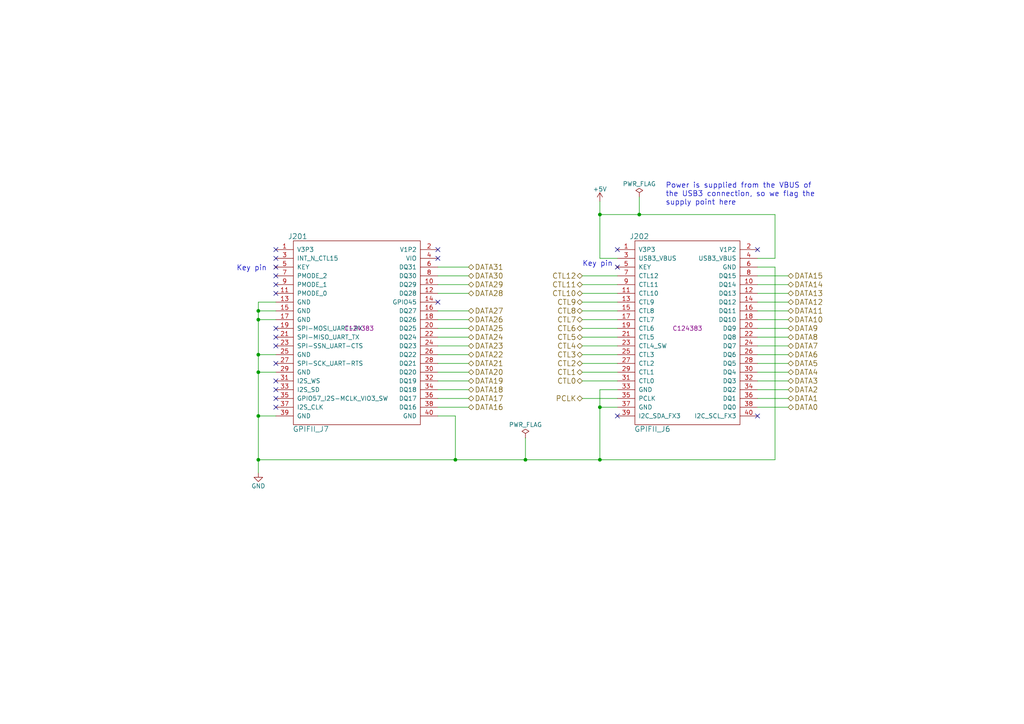
<source format=kicad_sch>
(kicad_sch (version 20250114) (generator "eeschema") (generator_version "9.0")
  (paper "A4")
  (title_block (title "Domesday Duplicator - Cypress Superspeed Interface") (date "2018-06-19") (rev "3.0.1") (company "https://www.domesday86.com") (comment 1 "(c)2018 Simon Inns") (comment 2 "License: Attribution-ShareAlike 4.0 International (CC BY-SA 4.0)"))
  (lib_symbols
    (symbol "+5V_1" (power) (pin_names (offset 0))
      (property "Value" "+5V" (at 0 3.556 0))
      (symbol "+5V_1_0_1"
        (polyline (pts (xy -0.762 1.27) (xy 0 2.54)))
        (polyline (pts (xy 0 2.54) (xy 0.762 1.27)))
        (polyline (pts (xy 0 0) (xy 0 2.54)))
      )
      (symbol "+5V_1_1_1"
        (pin power_in line (at 0 0 90) (length 0) (hide yes) (name "+5V") (number "1"))
      )
    )
    (symbol "+5V_2" (power) (pin_names (offset 0))
      (property "Value" "+5V" (at 0 3.556 0))
      (symbol "+5V_2_0_1"
        (polyline (pts (xy -0.762 1.27) (xy 0 2.54)))
        (polyline (pts (xy 0 2.54) (xy 0.762 1.27)))
        (polyline (pts (xy 0 0) (xy 0 2.54)))
      )
      (symbol "+5V_2_1_1"
        (pin power_in line (at 0 0 90) (length 0) (hide yes) (name "+5V") (number "1"))
      )
    )
    (symbol "GND_1" (power) (pin_names (offset 0))
      (property "Value" "GND" (at 0 -3.81 0))
      (symbol "GND_1_0_1"
        (polyline (pts (xy 0 0) (xy 0 -1.27) (xy 1.27 -1.27) (xy 0 -2.54) (xy -1.27 -1.27) (xy 0 -1.27)))
      )
      (symbol "GND_1_1_1"
        (pin power_in line (at 0 0 270) (length 0) (hide yes) (name "GND") (number "1"))
      )
    )
    (symbol "GND_2" (power) (pin_names (offset 0))
      (property "Value" "GND" (at 0 -3.81 0))
      (symbol "GND_2_0_1"
        (polyline (pts (xy 0 0) (xy 0 -1.27) (xy 1.27 -1.27) (xy 0 -2.54) (xy -1.27 -1.27) (xy 0 -1.27)))
      )
      (symbol "GND_2_1_1"
        (pin power_in line (at 0 0 270) (length 0) (hide yes) (name "GND") (number "1"))
      )
    )
    (symbol "PWR_FLAG_1" (power) (pin_numbers (hide yes)) (pin_names (offset 0) (hide yes))
      (property "Value" "PWR_FLAG" (at 0 3.81 0))
      (symbol "PWR_FLAG_1_0_0"
        (pin power_out line (at 0 0 90) (length 0) (name "pwr") (number "1"))
      )
      (symbol "PWR_FLAG_1_0_1"
        (polyline (pts (xy 0 0) (xy 0 1.27) (xy -1.016 1.905) (xy 0 2.54) (xy 1.016 1.905) (xy 0 1.27)))
      )
    )
    (symbol "PWR_FLAG_2" (power) (pin_numbers (hide yes)) (pin_names (offset 0) (hide yes))
      (property "Value" "PWR_FLAG" (at 0 3.81 0))
      (symbol "PWR_FLAG_2_0_0"
        (pin power_out line (at 0 0 90) (length 0) (name "pwr") (number "1"))
      )
      (symbol "PWR_FLAG_2_0_1"
        (polyline (pts (xy 0 0) (xy 0 1.27) (xy -1.016 1.905) (xy 0 2.54) (xy 1.016 1.905) (xy 0 1.27)))
      )
    )
    (symbol "PWR_FLAG_3" (power) (pin_numbers (hide yes)) (pin_names (offset 0) (hide yes))
      (property "Value" "PWR_FLAG" (at 0 3.81 0))
      (symbol "PWR_FLAG_3_0_0"
        (pin power_out line (at 0 0 90) (length 0) (name "pwr") (number "1"))
      )
      (symbol "PWR_FLAG_3_0_1"
        (polyline (pts (xy 0 0) (xy 0 1.27) (xy -1.016 1.905) (xy 0 2.54) (xy 1.016 1.905) (xy 0 1.27)))
      )
    )
    (symbol "PWR_FLAG_4" (power) (pin_numbers (hide yes)) (pin_names (offset 0) (hide yes))
      (property "Value" "PWR_FLAG" (at 0 3.81 0))
      (symbol "PWR_FLAG_4_0_0"
        (pin power_out line (at 0 0 90) (length 0) (name "pwr") (number "1"))
      )
      (symbol "PWR_FLAG_4_0_1"
        (polyline (pts (xy 0 0) (xy 0 1.27) (xy -1.016 1.905) (xy 0 2.54) (xy 1.016 1.905) (xy 0 1.27)))
      )
    )
    (symbol "gpifii_j6:GPIFII_J6" (pin_names (offset 1.016))
      (property "Reference" "J" (at -13.97 26.67 0))
      (property "Value" "GPIFII_J6" (at -10.16 -29.21 0))
      (symbol "GPIFII_J6_0_1"
        (rectangle (start -15.24 25.4) (end 15.24 -27.94))
      )
      (symbol "GPIFII_J6_1_1"
        (pin power_in line (at -20.32 22.86 0) (length 5.08) (name "V3P3") (number "1"))
        (pin power_in line (at -20.32 20.32 0) (length 5.08) (name "USB3_VBUS") (number "3"))
        (pin no_connect line (at -20.32 17.78 0) (length 5.08) (name "KEY") (number "5"))
        (pin bidirectional line (at -20.32 15.24 0) (length 5.08) (name "CTL12") (number "7"))
        (pin bidirectional line (at -20.32 12.7 0) (length 5.08) (name "CTL11") (number "9"))
        (pin bidirectional line (at -20.32 10.16 0) (length 5.08) (name "CTL10") (number "11"))
        (pin bidirectional line (at -20.32 7.62 0) (length 5.08) (name "CTL9") (number "13"))
        (pin bidirectional line (at -20.32 5.08 0) (length 5.08) (name "CTL8") (number "15"))
        (pin bidirectional line (at -20.32 2.54 0) (length 5.08) (name "CTL7") (number "17"))
        (pin bidirectional line (at -20.32 0 0) (length 5.08) (name "CTL6") (number "19"))
        (pin bidirectional line (at -20.32 -2.54 0) (length 5.08) (name "CTL5") (number "21"))
        (pin bidirectional line (at -20.32 -5.08 0) (length 5.08) (name "CTL4_SW") (number "23"))
        (pin bidirectional line (at -20.32 -7.62 0) (length 5.08) (name "CTL3") (number "25"))
        (pin bidirectional line (at -20.32 -10.16 0) (length 5.08) (name "CTL2") (number "27"))
        (pin bidirectional line (at -20.32 -12.7 0) (length 5.08) (name "CTL1") (number "29"))
        (pin bidirectional line (at -20.32 -15.24 0) (length 5.08) (name "CTL0") (number "31"))
        (pin power_in line (at -20.32 -17.78 0) (length 5.08) (name "GND") (number "33"))
        (pin bidirectional line (at -20.32 -20.32 0) (length 5.08) (name "PCLK") (number "35"))
        (pin power_in line (at -20.32 -22.86 0) (length 5.08) (name "GND") (number "37"))
        (pin bidirectional line (at -20.32 -25.4 0) (length 5.08) (name "I2C_SDA_FX3") (number "39"))
        (pin power_out line (at 20.32 22.86 180) (length 5.08) (name "V1P2") (number "2"))
        (pin power_in line (at 20.32 20.32 180) (length 5.08) (name "USB3_VBUS") (number "4"))
        (pin power_in line (at 20.32 17.78 180) (length 5.08) (name "GND") (number "6"))
        (pin bidirectional line (at 20.32 15.24 180) (length 5.08) (name "DQ15") (number "8"))
        (pin bidirectional line (at 20.32 12.7 180) (length 5.08) (name "DQ14") (number "10"))
        (pin bidirectional line (at 20.32 10.16 180) (length 5.08) (name "DQ13") (number "12"))
        (pin bidirectional line (at 20.32 7.62 180) (length 5.08) (name "DQ12") (number "14"))
        (pin bidirectional line (at 20.32 5.08 180) (length 5.08) (name "DQ11") (number "16"))
        (pin bidirectional line (at 20.32 2.54 180) (length 5.08) (name "DQ10") (number "18"))
        (pin bidirectional line (at 20.32 0 180) (length 5.08) (name "DQ9") (number "20"))
        (pin bidirectional line (at 20.32 -2.54 180) (length 5.08) (name "DQ8") (number "22"))
        (pin bidirectional line (at 20.32 -5.08 180) (length 5.08) (name "DQ7") (number "24"))
        (pin bidirectional line (at 20.32 -7.62 180) (length 5.08) (name "DQ6") (number "26"))
        (pin bidirectional line (at 20.32 -10.16 180) (length 5.08) (name "DQ5") (number "28"))
        (pin bidirectional line (at 20.32 -12.7 180) (length 5.08) (name "DQ4") (number "30"))
        (pin bidirectional line (at 20.32 -15.24 180) (length 5.08) (name "DQ3") (number "32"))
        (pin bidirectional line (at 20.32 -17.78 180) (length 5.08) (name "DQ2") (number "34"))
        (pin bidirectional line (at 20.32 -20.32 180) (length 5.08) (name "DQ1") (number "36"))
        (pin bidirectional line (at 20.32 -22.86 180) (length 5.08) (name "DQ0") (number "38"))
        (pin bidirectional line (at 20.32 -25.4 180) (length 5.08) (name "I2C_SCL_FX3") (number "40"))
      )
    )
    (symbol "gpifii_j7:GPIFII_J7" (pin_names (offset 1.016))
      (property "Reference" "J" (at -17.78 26.67 0))
      (property "Value" "GPIFII_J7" (at -13.97 -29.21 0))
      (symbol "GPIFII_J7_0_1"
        (rectangle (start -19.05 25.4) (end 17.78 -27.94))
      )
      (symbol "GPIFII_J7_1_1"
        (pin power_in line (at -24.13 22.86 0) (length 5.08) (name "V3P3") (number "1"))
        (pin bidirectional line (at -24.13 20.32 0) (length 5.08) (name "INT_N_CTL15") (number "3"))
        (pin no_connect line (at -24.13 17.78 0) (length 5.08) (name "KEY") (number "5"))
        (pin bidirectional line (at -24.13 15.24 0) (length 5.08) (name "PMODE_2") (number "7"))
        (pin bidirectional line (at -24.13 12.7 0) (length 5.08) (name "PMODE_1") (number "9"))
        (pin bidirectional line (at -24.13 10.16 0) (length 5.08) (name "PMODE_0") (number "11"))
        (pin power_in line (at -24.13 7.62 0) (length 5.08) (name "GND") (number "13"))
        (pin power_in line (at -24.13 5.08 0) (length 5.08) (name "GND") (number "15"))
        (pin power_in line (at -24.13 2.54 0) (length 5.08) (name "GND") (number "17"))
        (pin bidirectional line (at -24.13 0 0) (length 5.08) (name "SPI-MOSI_UART-RX") (number "19"))
        (pin bidirectional line (at -24.13 -2.54 0) (length 5.08) (name "SPI-MISO_UART_TX") (number "21"))
        (pin bidirectional line (at -24.13 -5.08 0) (length 5.08) (name "SPI-SSN_UART-CTS") (number "23"))
        (pin power_in line (at -24.13 -7.62 0) (length 5.08) (name "GND") (number "25"))
        (pin bidirectional line (at -24.13 -10.16 0) (length 5.08) (name "SPI-SCK_UART-RTS") (number "27"))
        (pin power_in line (at -24.13 -12.7 0) (length 5.08) (name "GND") (number "29"))
        (pin bidirectional line (at -24.13 -15.24 0) (length 5.08) (name "I2S_WS") (number "31"))
        (pin bidirectional line (at -24.13 -17.78 0) (length 5.08) (name "I2S_SD") (number "33"))
        (pin bidirectional line (at -24.13 -20.32 0) (length 5.08) (name "GPIO57_I2S-MCLK_VIO3_SW") (number "35"))
        (pin bidirectional line (at -24.13 -22.86 0) (length 5.08) (name "I2S_CLK") (number "37"))
        (pin power_in line (at -24.13 -25.4 0) (length 5.08) (name "GND") (number "39"))
        (pin power_in line (at 22.86 22.86 180) (length 5.08) (name "V1P2") (number "2"))
        (pin power_out line (at 22.86 20.32 180) (length 5.08) (name "VIO") (number "4"))
        (pin bidirectional line (at 22.86 17.78 180) (length 5.08) (name "DQ31") (number "6"))
        (pin bidirectional line (at 22.86 15.24 180) (length 5.08) (name "DQ30") (number "8"))
        (pin bidirectional line (at 22.86 12.7 180) (length 5.08) (name "DQ29") (number "10"))
        (pin bidirectional line (at 22.86 10.16 180) (length 5.08) (name "DQ28") (number "12"))
        (pin bidirectional line (at 22.86 7.62 180) (length 5.08) (name "GPIO45") (number "14"))
        (pin bidirectional line (at 22.86 5.08 180) (length 5.08) (name "DQ27") (number "16"))
        (pin bidirectional line (at 22.86 2.54 180) (length 5.08) (name "DQ26") (number "18"))
        (pin bidirectional line (at 22.86 0 180) (length 5.08) (name "DQ25") (number "20"))
        (pin bidirectional line (at 22.86 -2.54 180) (length 5.08) (name "DQ24") (number "22"))
        (pin bidirectional line (at 22.86 -5.08 180) (length 5.08) (name "DQ23") (number "24"))
        (pin bidirectional line (at 22.86 -7.62 180) (length 5.08) (name "DQ22") (number "26"))
        (pin bidirectional line (at 22.86 -10.16 180) (length 5.08) (name "DQ21") (number "28"))
        (pin bidirectional line (at 22.86 -12.7 180) (length 5.08) (name "DQ20") (number "30"))
        (pin bidirectional line (at 22.86 -15.24 180) (length 5.08) (name "DQ19") (number "32"))
        (pin bidirectional line (at 22.86 -17.78 180) (length 5.08) (name "DQ18") (number "34"))
        (pin bidirectional line (at 22.86 -20.32 180) (length 5.08) (name "DQ17") (number "36"))
        (pin bidirectional line (at 22.86 -22.86 180) (length 5.08) (name "DQ16") (number "38"))
        (pin power_in line (at 22.86 -25.4 180) (length 5.08) (name "GND") (number "40"))
      )
    )
  )
  (text "Power is supplied from the VBUS of\nthe USB3 connection, so we flag the\nsupply point here" (at 193.04 59.69 0) (effects (font (size 1.524 1.524)) (justify left bottom)))
  (text "Key pin" (at 168.91 77.47 0) (effects (font (size 1.524 1.524)) (justify left bottom)))
  (text "Key pin" (at 68.58 78.74 0) (effects (font (size 1.524 1.524)) (justify left bottom)))
  (junction (at 173.99 62.23))
  (junction (at 74.93 107.95))
  (junction (at 74.93 133.35))
  (junction (at 74.93 102.87))
  (junction (at 152.4 133.35))
  (junction (at 173.99 118.11))
  (junction (at 74.93 90.17))
  (junction (at 185.42 62.23))
  (junction (at 132.08 133.35))
  (junction (at 74.93 92.71))
  (junction (at 173.99 133.35))
  (junction (at 74.93 120.65))
  (no_connect (at 80.01 100.33))
  (no_connect (at 80.01 110.49))
  (no_connect (at 127 72.39))
  (no_connect (at 127 74.93))
  (no_connect (at 80.01 72.39))
  (no_connect (at 80.01 82.55))
  (no_connect (at 179.07 77.47))
  (no_connect (at 80.01 97.79))
  (no_connect (at 80.01 85.09))
  (no_connect (at 219.71 72.39))
  (no_connect (at 80.01 77.47))
  (no_connect (at 80.01 105.41))
  (no_connect (at 80.01 74.93))
  (no_connect (at 179.07 72.39))
  (no_connect (at 219.71 120.65))
  (no_connect (at 80.01 80.01))
  (no_connect (at 179.07 120.65))
  (no_connect (at 80.01 118.11))
  (no_connect (at 80.01 95.25))
  (no_connect (at 127 87.63))
  (no_connect (at 80.01 113.03))
  (no_connect (at 80.01 115.57))
  (wire (pts (xy 168.91 85.09) (xy 179.07 85.09)))
  (wire (pts (xy 173.99 133.35) (xy 224.79 133.35)))
  (wire (pts (xy 224.79 62.23) (xy 224.79 74.93)))
  (wire (pts (xy 74.93 133.35) (xy 132.08 133.35)))
  (wire (pts (xy 168.91 95.25) (xy 179.07 95.25)))
  (wire (pts (xy 179.07 87.63) (xy 168.91 87.63)))
  (wire (pts (xy 219.71 113.03) (xy 228.6 113.03)))
  (wire (pts (xy 74.93 120.65) (xy 74.93 133.35)))
  (wire (pts (xy 127 105.41) (xy 135.89 105.41)))
  (wire (pts (xy 173.99 62.23) (xy 185.42 62.23)))
  (wire (pts (xy 127 97.79) (xy 135.89 97.79)))
  (wire (pts (xy 185.42 62.23) (xy 224.79 62.23)))
  (wire (pts (xy 74.93 87.63) (xy 74.93 90.17)))
  (wire (pts (xy 168.91 100.33) (xy 179.07 100.33)))
  (wire (pts (xy 173.99 62.23) (xy 173.99 74.93)))
  (wire (pts (xy 219.71 107.95) (xy 228.6 107.95)))
  (wire (pts (xy 179.07 97.79) (xy 168.91 97.79)))
  (wire (pts (xy 127 95.25) (xy 135.89 95.25)))
  (wire (pts (xy 127 100.33) (xy 135.89 100.33)))
  (wire (pts (xy 80.01 90.17) (xy 74.93 90.17)))
  (wire (pts (xy 80.01 102.87) (xy 74.93 102.87)))
  (wire (pts (xy 224.79 77.47) (xy 224.79 133.35)))
  (wire (pts (xy 80.01 120.65) (xy 74.93 120.65)))
  (wire (pts (xy 219.71 118.11) (xy 228.6 118.11)))
  (wire (pts (xy 152.4 127) (xy 152.4 133.35)))
  (wire (pts (xy 219.71 110.49) (xy 228.6 110.49)))
  (wire (pts (xy 127 115.57) (xy 135.89 115.57)))
  (wire (pts (xy 219.71 100.33) (xy 228.6 100.33)))
  (wire (pts (xy 219.71 102.87) (xy 228.6 102.87)))
  (wire (pts (xy 219.71 90.17) (xy 228.6 90.17)))
  (wire (pts (xy 179.07 92.71) (xy 168.91 92.71)))
  (wire (pts (xy 173.99 118.11) (xy 173.99 133.35)))
  (wire (pts (xy 185.42 57.15) (xy 185.42 62.23)))
  (wire (pts (xy 179.07 82.55) (xy 168.91 82.55)))
  (wire (pts (xy 179.07 113.03) (xy 173.99 113.03)))
  (wire (pts (xy 127 107.95) (xy 135.89 107.95)))
  (wire (pts (xy 179.07 102.87) (xy 168.91 102.87)))
  (wire (pts (xy 127 120.65) (xy 132.08 120.65)))
  (wire (pts (xy 74.93 133.35) (xy 74.93 137.16)))
  (wire (pts (xy 152.4 133.35) (xy 173.99 133.35)))
  (wire (pts (xy 80.01 87.63) (xy 74.93 87.63)))
  (wire (pts (xy 173.99 113.03) (xy 173.99 118.11)))
  (wire (pts (xy 219.71 92.71) (xy 228.6 92.71)))
  (wire (pts (xy 127 113.03) (xy 135.89 113.03)))
  (wire (pts (xy 168.91 110.49) (xy 179.07 110.49)))
  (wire (pts (xy 219.71 82.55) (xy 228.6 82.55)))
  (wire (pts (xy 127 90.17) (xy 135.89 90.17)))
  (wire (pts (xy 179.07 118.11) (xy 173.99 118.11)))
  (wire (pts (xy 127 82.55) (xy 135.89 82.55)))
  (wire (pts (xy 219.71 85.09) (xy 228.6 85.09)))
  (wire (pts (xy 219.71 87.63) (xy 228.6 87.63)))
  (wire (pts (xy 74.93 107.95) (xy 74.93 120.65)))
  (wire (pts (xy 132.08 133.35) (xy 152.4 133.35)))
  (wire (pts (xy 179.07 107.95) (xy 168.91 107.95)))
  (wire (pts (xy 219.71 95.25) (xy 228.6 95.25)))
  (wire (pts (xy 127 110.49) (xy 135.89 110.49)))
  (wire (pts (xy 74.93 90.17) (xy 74.93 92.71)))
  (wire (pts (xy 74.93 92.71) (xy 74.93 102.87)))
  (wire (pts (xy 168.91 105.41) (xy 179.07 105.41)))
  (wire (pts (xy 219.71 77.47) (xy 224.79 77.47)))
  (wire (pts (xy 168.91 80.01) (xy 179.07 80.01)))
  (wire (pts (xy 219.71 97.79) (xy 228.6 97.79)))
  (wire (pts (xy 127 92.71) (xy 135.89 92.71)))
  (wire (pts (xy 127 77.47) (xy 135.89 77.47)))
  (wire (pts (xy 127 80.01) (xy 135.89 80.01)))
  (wire (pts (xy 219.71 105.41) (xy 228.6 105.41)))
  (wire (pts (xy 127 85.09) (xy 135.89 85.09)))
  (wire (pts (xy 74.93 102.87) (xy 74.93 107.95)))
  (wire (pts (xy 168.91 90.17) (xy 179.07 90.17)))
  (wire (pts (xy 219.71 115.57) (xy 228.6 115.57)))
  (wire (pts (xy 127 102.87) (xy 135.89 102.87)))
  (wire (pts (xy 173.99 58.42) (xy 173.99 62.23)))
  (wire (pts (xy 127 118.11) (xy 135.89 118.11)))
  (wire (pts (xy 179.07 115.57) (xy 168.91 115.57)))
  (wire (pts (xy 173.99 74.93) (xy 179.07 74.93)))
  (wire (pts (xy 132.08 120.65) (xy 132.08 133.35)))
  (wire (pts (xy 80.01 92.71) (xy 74.93 92.71)))
  (wire (pts (xy 224.79 74.93) (xy 219.71 74.93)))
  (wire (pts (xy 219.71 80.01) (xy 228.6 80.01)))
  (wire (pts (xy 80.01 107.95) (xy 74.93 107.95)))
  (hierarchical_label "DATA14" (shape bidirectional) (at 228.6 82.55 0) (effects (font (size 1.524 1.524))))
  (hierarchical_label "DATA11" (shape bidirectional) (at 228.6 90.17 0) (effects (font (size 1.524 1.524))))
  (hierarchical_label "DATA19" (shape bidirectional) (at 135.89 110.49 0) (effects (font (size 1.524 1.524))))
  (hierarchical_label "DATA2" (shape bidirectional) (at 228.6 113.03 0) (effects (font (size 1.524 1.524))))
  (hierarchical_label "CTL6" (shape bidirectional) (at 168.91 95.25 180) (effects (font (size 1.524 1.524))))
  (hierarchical_label "DATA21" (shape bidirectional) (at 135.89 105.41 0) (effects (font (size 1.524 1.524))))
  (hierarchical_label "DATA30" (shape bidirectional) (at 135.89 80.01 0) (effects (font (size 1.524 1.524))))
  (hierarchical_label "DATA28" (shape bidirectional) (at 135.89 85.09 0) (effects (font (size 1.524 1.524))))
  (hierarchical_label "DATA3" (shape bidirectional) (at 228.6 110.49 0) (effects (font (size 1.524 1.524))))
  (hierarchical_label "PCLK" (shape bidirectional) (at 168.91 115.57 180) (effects (font (size 1.524 1.524))))
  (hierarchical_label "DATA13" (shape bidirectional) (at 228.6 85.09 0) (effects (font (size 1.524 1.524))))
  (hierarchical_label "DATA15" (shape bidirectional) (at 228.6 80.01 0) (effects (font (size 1.524 1.524))))
  (hierarchical_label "CTL9" (shape bidirectional) (at 168.91 87.63 180) (effects (font (size 1.524 1.524))))
  (hierarchical_label "DATA16" (shape bidirectional) (at 135.89 118.11 0) (effects (font (size 1.524 1.524))))
  (hierarchical_label "CTL3" (shape bidirectional) (at 168.91 102.87 180) (effects (font (size 1.524 1.524))))
  (hierarchical_label "DATA9" (shape bidirectional) (at 228.6 95.25 0) (effects (font (size 1.524 1.524))))
  (hierarchical_label "CTL7" (shape bidirectional) (at 168.91 92.71 180) (effects (font (size 1.524 1.524))))
  (hierarchical_label "DATA29" (shape bidirectional) (at 135.89 82.55 0) (effects (font (size 1.524 1.524))))
  (hierarchical_label "DATA8" (shape bidirectional) (at 228.6 97.79 0) (effects (font (size 1.524 1.524))))
  (hierarchical_label "CTL0" (shape bidirectional) (at 168.91 110.49 180) (effects (font (size 1.524 1.524))))
  (hierarchical_label "DATA1" (shape bidirectional) (at 228.6 115.57 0) (effects (font (size 1.524 1.524))))
  (hierarchical_label "DATA6" (shape bidirectional) (at 228.6 102.87 0) (effects (font (size 1.524 1.524))))
  (hierarchical_label "DATA26" (shape bidirectional) (at 135.89 92.71 0) (effects (font (size 1.524 1.524))))
  (hierarchical_label "CTL10" (shape bidirectional) (at 168.91 85.09 180) (effects (font (size 1.524 1.524))))
  (hierarchical_label "CTL8" (shape bidirectional) (at 168.91 90.17 180) (effects (font (size 1.524 1.524))))
  (hierarchical_label "CTL4" (shape bidirectional) (at 168.91 100.33 180) (effects (font (size 1.524 1.524))))
  (hierarchical_label "DATA18" (shape bidirectional) (at 135.89 113.03 0) (effects (font (size 1.524 1.524))))
  (hierarchical_label "DATA22" (shape bidirectional) (at 135.89 102.87 0) (effects (font (size 1.524 1.524))))
  (hierarchical_label "DATA25" (shape bidirectional) (at 135.89 95.25 0) (effects (font (size 1.524 1.524))))
  (hierarchical_label "DATA10" (shape bidirectional) (at 228.6 92.71 0) (effects (font (size 1.524 1.524))))
  (hierarchical_label "DATA7" (shape bidirectional) (at 228.6 100.33 0) (effects (font (size 1.524 1.524))))
  (hierarchical_label "CTL5" (shape bidirectional) (at 168.91 97.79 180) (effects (font (size 1.524 1.524))))
  (hierarchical_label "DATA24" (shape bidirectional) (at 135.89 97.79 0) (effects (font (size 1.524 1.524))))
  (hierarchical_label "DATA27" (shape bidirectional) (at 135.89 90.17 0) (effects (font (size 1.524 1.524))))
  (hierarchical_label "DATA31" (shape bidirectional) (at 135.89 77.47 0) (effects (font (size 1.524 1.524))))
  (hierarchical_label "CTL11" (shape bidirectional) (at 168.91 82.55 180) (effects (font (size 1.524 1.524))))
  (hierarchical_label "DATA23" (shape bidirectional) (at 135.89 100.33 0) (effects (font (size 1.524 1.524))))
  (hierarchical_label "CTL1" (shape bidirectional) (at 168.91 107.95 180) (effects (font (size 1.524 1.524))))
  (hierarchical_label "DATA17" (shape bidirectional) (at 135.89 115.57 0) (effects (font (size 1.524 1.524))))
  (hierarchical_label "DATA5" (shape bidirectional) (at 228.6 105.41 0) (effects (font (size 1.524 1.524))))
  (hierarchical_label "DATA4" (shape bidirectional) (at 228.6 107.95 0) (effects (font (size 1.524 1.524))))
  (hierarchical_label "DATA0" (shape bidirectional) (at 228.6 118.11 0) (effects (font (size 1.524 1.524))))
  (hierarchical_label "DATA12" (shape bidirectional) (at 228.6 87.63 0) (effects (font (size 1.524 1.524))))
  (hierarchical_label "CTL12" (shape bidirectional) (at 168.91 80.01 180) (effects (font (size 1.524 1.524))))
  (hierarchical_label "CTL2" (shape bidirectional) (at 168.91 105.41 180) (effects (font (size 1.524 1.524))))
  (hierarchical_label "DATA20" (shape bidirectional) (at 135.89 107.95 0) (effects (font (size 1.524 1.524))))
  (symbol (lib_id "gpifii_j6:GPIFII_J6") (at 199.39 95.25 0) (unit 1)
    (property "Reference" "J202" (at 185.42 68.58 0) (effects (font (size 1.524 1.524))))
    (property "Value" "GPIFII_J6" (at 189.23 124.46 0) (effects (font (size 1.524 1.524))))
    (property "Footprint" "Connector_PinHeader_2.54mm:PinHeader_2x20_P2.54mm_Vertical" (effects (hide yes)))
    (property "LCSC Part" "C124383" (at 199.39 95.25 0))
  )
  (symbol (lib_id "gpifii_j7:GPIFII_J7") (at 104.14 95.25 0) (unit 1)
    (property "Reference" "J201" (at 86.36 68.58 0) (effects (font (size 1.524 1.524))))
    (property "Value" "GPIFII_J7" (at 90.17 124.46 0) (effects (font (size 1.524 1.524))))
    (property "Footprint" "Connector_PinHeader_2.54mm:PinHeader_2x20_P2.54mm_Vertical" (effects (hide yes)))
    (property "LCSC Part" "C124383" (at 104.14 95.25 0))
  )
  (symbol (lib_name "GND_2") (lib_id "Domesday-Duplicator-rescue:GND") (at 74.93 137.16 0) (unit 1)
    (property "Reference" "#PWR05" (effects (hide yes)))
    (property "Value" "GND" (at 74.93 140.97 0))
  )
  (symbol (lib_name "+5V_2") (lib_id "Domesday-Duplicator-rescue:+5V") (at 173.99 58.42 0) (unit 1)
    (property "Reference" "#PWR06" (effects (hide yes)))
    (property "Value" "+5V" (at 173.99 54.864 0))
  )
  (symbol (lib_name "PWR_FLAG_4") (lib_id "Domesday-Duplicator-rescue:PWR_FLAG") (at 185.42 57.15 0) (unit 1)
    (property "Reference" "#FLG07" (effects (hide yes)))
    (property "Value" "PWR_FLAG" (at 185.42 53.34 0))
  )
  (symbol (lib_name "PWR_FLAG_3") (lib_id "Domesday-Duplicator-rescue:PWR_FLAG") (at 152.4 127 0) (unit 1)
    (property "Reference" "#FLG08" (effects (hide yes)))
    (property "Value" "PWR_FLAG" (at 152.4 123.19 0))
  )
)
</source>
